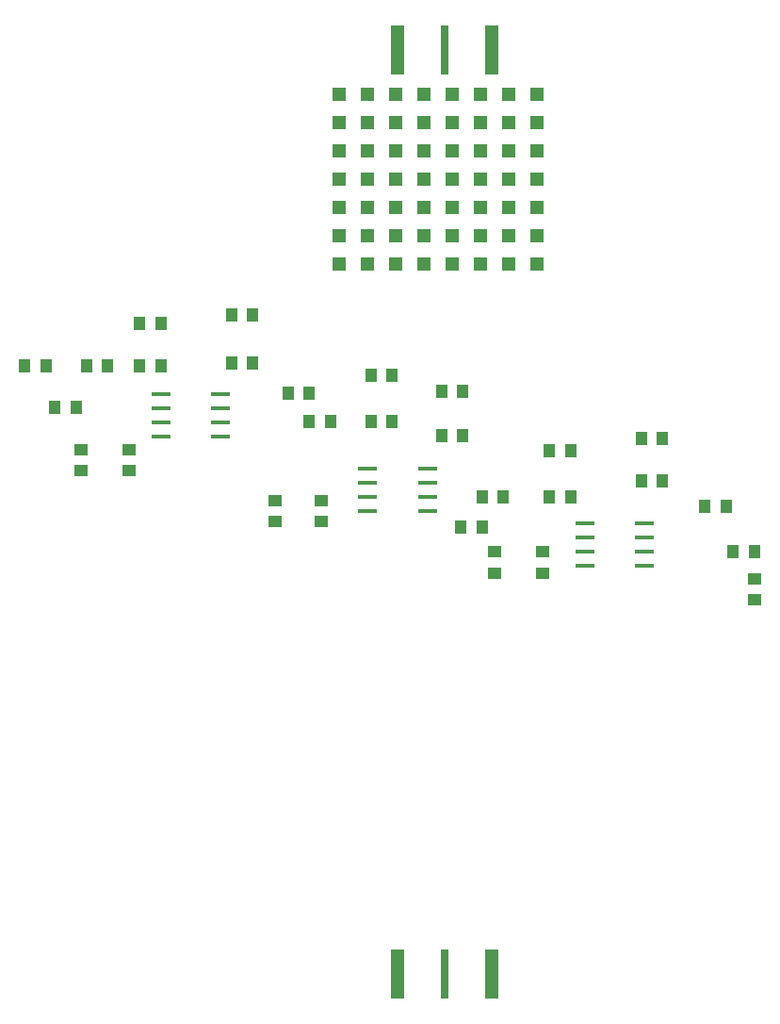
<source format=gbr>
G04 DipTrace 3.3.1.3*
G04 TopPaste.gbr*
%MOIN*%
G04 #@! TF.FileFunction,Paste,Top*
G04 #@! TF.Part,Single*
%ADD34R,0.07086X0.015742*%
%ADD38R,0.051175X0.051175*%
%ADD46R,0.025978X0.177947*%
%ADD48R,0.04527X0.177947*%
%ADD50R,0.051175X0.043301*%
%ADD52R,0.043301X0.051175*%
%FSLAX26Y26*%
G04*
G70*
G90*
G75*
G01*
G04 TopPaste*
%LPD*%
D52*
X2976462Y2263759D3*
X3051266D3*
X2976462Y2413760D3*
X3051266D3*
X795163Y2670008D3*
X869966D3*
X1201414Y2820010D3*
X1276217D3*
X2020213Y2638760D3*
X2095016D3*
D50*
X1845213Y2195008D3*
Y2120205D3*
X1682713Y2195008D3*
Y2120205D3*
X2626462Y2013758D3*
Y1938955D3*
X2457713Y2013758D3*
Y1938955D3*
D52*
X2651462Y2370008D3*
X2726266D3*
X2270213Y2426260D3*
X2345016D3*
X2270213Y2582510D3*
X2345016D3*
D50*
X3376413Y1845008D3*
Y1919812D3*
X1163914Y2376259D3*
Y2301456D3*
X995163Y2376259D3*
Y2301456D3*
D52*
X1526462Y2682508D3*
X1601266D3*
X1526462Y2851259D3*
X1601266D3*
D48*
X2113964Y520008D3*
X2448609D3*
D46*
X2281287D3*
D48*
X2448609Y3788758D3*
X2113964D3*
D46*
X2281287D3*
D38*
X1907713Y3632508D3*
Y3532508D3*
Y3432508D3*
Y3332508D3*
X2007713Y3632508D3*
Y3532508D3*
Y3432508D3*
Y3332508D3*
X1907713Y3232508D3*
Y3132508D3*
Y3032508D3*
X2007713Y3232508D3*
Y3132508D3*
Y3032508D3*
X2107713Y3632508D3*
Y3532508D3*
Y3432508D3*
Y3332508D3*
X2207713Y3632508D3*
Y3532508D3*
Y3432508D3*
Y3332508D3*
X2107713Y3232508D3*
Y3132508D3*
Y3032508D3*
X2207713Y3232508D3*
Y3132508D3*
Y3032508D3*
X2307713Y3632508D3*
Y3532508D3*
Y3432508D3*
Y3332508D3*
X2407713Y3632508D3*
Y3532508D3*
Y3432508D3*
Y3332508D3*
X2307713Y3232508D3*
Y3132508D3*
Y3032508D3*
X2407713Y3232508D3*
Y3132508D3*
Y3032508D3*
X2507713Y3632508D3*
Y3532508D3*
Y3432508D3*
Y3332508D3*
X2607713Y3632508D3*
Y3532508D3*
Y3432508D3*
Y3332508D3*
X2507713Y3232508D3*
Y3132508D3*
Y3032508D3*
X2607713Y3232508D3*
Y3132508D3*
Y3032508D3*
D52*
X1801414Y2476260D3*
X1876217D3*
X2020213D3*
X2095016D3*
X2413962Y2207510D3*
X2488766D3*
X2651462D3*
X2726266D3*
X3301414Y2013759D3*
X3376217D3*
X901413Y2526259D3*
X976216D3*
X1726413Y2576259D3*
X1801216D3*
X2338913Y2101259D3*
X2413716D3*
X3201413Y2176259D3*
X3276216D3*
X1013914Y2670008D3*
X1088717D3*
X1201414D3*
X1276217D3*
D34*
X2776414Y2113760D3*
Y2063760D3*
Y2013760D3*
Y1963760D3*
X2989012D3*
Y2013760D3*
Y2063760D3*
Y2113760D3*
X1276414Y2570010D3*
Y2520010D3*
Y2470010D3*
Y2420010D3*
X1489012D3*
Y2470010D3*
Y2520010D3*
Y2570010D3*
X2007663Y2307510D3*
Y2257510D3*
Y2207510D3*
Y2157510D3*
X2220262D3*
Y2207510D3*
Y2257510D3*
Y2307510D3*
M02*

</source>
